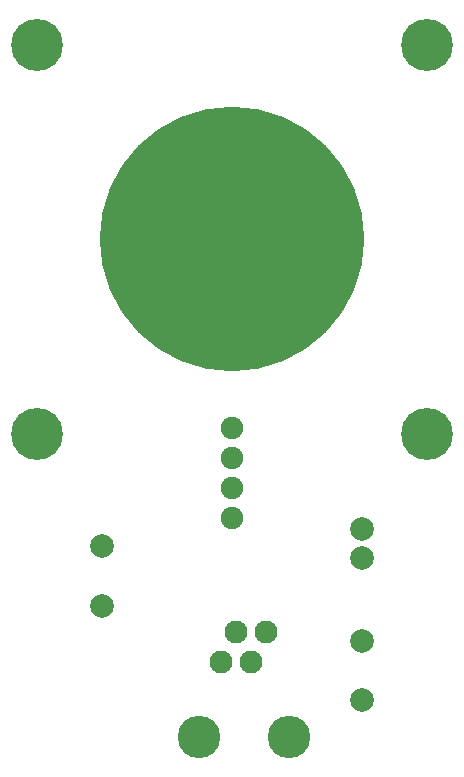
<source format=gbr>
%TF.GenerationSoftware,KiCad,Pcbnew,4.0.7-e2-6376~58~ubuntu16.04.1*%
%TF.CreationDate,2017-12-30T21:22:03+10:00*%
%TF.ProjectId,CurrentSensor,43757272656E7453656E736F722E6B69,rev?*%
%TF.FileFunction,Soldermask,Bot*%
%FSLAX46Y46*%
G04 Gerber Fmt 4.6, Leading zero omitted, Abs format (unit mm)*
G04 Created by KiCad (PCBNEW 4.0.7-e2-6376~58~ubuntu16.04.1) date Sat Dec 30 21:22:03 2017*
%MOMM*%
%LPD*%
G01*
G04 APERTURE LIST*
%ADD10C,0.100000*%
%ADD11C,2.000000*%
%ADD12C,1.950000*%
%ADD13C,3.600000*%
%ADD14C,22.400000*%
%ADD15C,4.400000*%
%ADD16C,1.900000*%
G04 APERTURE END LIST*
D10*
D11*
X158000000Y-94000000D03*
X158000000Y-89000000D03*
X136000000Y-81000000D03*
X136000000Y-86000000D03*
X158000000Y-82000000D03*
X158000000Y-79500000D03*
D12*
X146095000Y-90800000D03*
X147365000Y-88260000D03*
X148635000Y-90800000D03*
X149905000Y-88260000D03*
D13*
X144190000Y-97150000D03*
X151810000Y-97150000D03*
D14*
X147000000Y-55000000D03*
D15*
X163500000Y-38500000D03*
X130500000Y-38500000D03*
X130500000Y-71500000D03*
X163500000Y-71500000D03*
D16*
X147000000Y-71000000D03*
X147000000Y-73540000D03*
X147000000Y-76080000D03*
X147000000Y-78620000D03*
M02*

</source>
